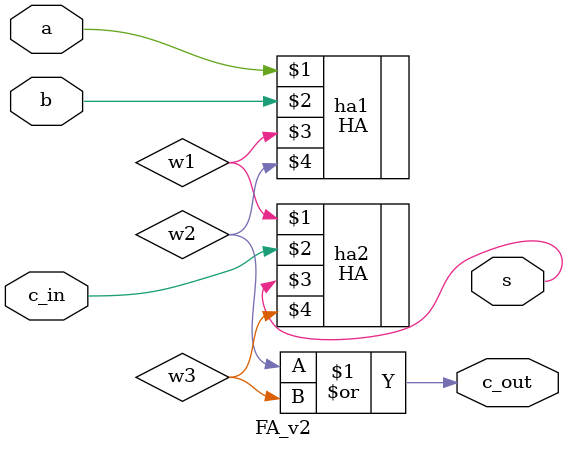
<source format=sv>
module FA_v1(
  input a, b, c_in,
  output s, c_out
);
  
  assign s = a ^ b ^ c_in;

  assign c_out = (a & b) | (b & c_in) | (a & c_in);
  
endmodule: FA_v1

// version 2: two half adders + OR gate

`include "half_adder.sv"

module FA_v2(
  input a, b, c_in,
  output s, c_out
);
  
  wire w1, w2, w3;
  
  HA ha1 (a, b, w1, w2);
  HA ha2 (w1, c_in, s, w3);
  or or1 (c_out, w2, w3);
  
endmodule: FA_v2
</source>
